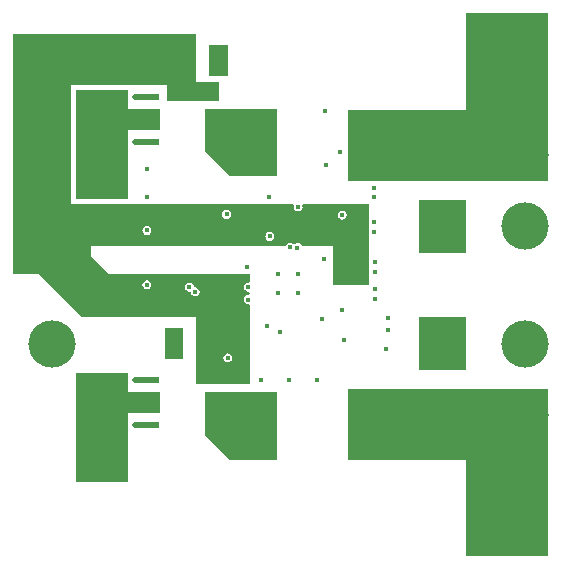
<source format=gtl>
G04*
G04 #@! TF.GenerationSoftware,Altium Limited,Altium Designer,21.1.1 (26)*
G04*
G04 Layer_Physical_Order=1*
G04 Layer_Color=255*
%FSLAX44Y44*%
%MOMM*%
G71*
G04*
G04 #@! TF.SameCoordinates,2B608519-D33F-45DA-9D82-168DE6A03E0F*
G04*
G04*
G04 #@! TF.FilePolarity,Positive*
G04*
G01*
G75*
%ADD13R,3.8500X5.5000*%
%ADD14R,1.1940X0.5590*%
%ADD15R,0.9000X2.5000*%
%ADD16R,2.5500X3.7500*%
%ADD22C,0.5000*%
%ADD23C,4.0000*%
%ADD24C,0.4500*%
G36*
X199000Y427000D02*
X183000D01*
Y453000D01*
X199000D01*
Y427000D01*
D02*
G37*
G36*
X172000Y422000D02*
X191000D01*
Y406000D01*
X147000D01*
Y419000D01*
X66000D01*
Y318000D01*
X253573D01*
X254379Y317018D01*
X254177Y316000D01*
X254468Y314537D01*
X255296Y313296D01*
X256537Y312468D01*
X258000Y312177D01*
X259463Y312468D01*
X260704Y313296D01*
X261532Y314537D01*
X261823Y316000D01*
X261621Y317018D01*
X262427Y318000D01*
X318000D01*
Y250000D01*
X288000D01*
Y283000D01*
X261008D01*
X260204Y284204D01*
X258963Y285032D01*
X257500Y285323D01*
X256037Y285032D01*
X255019Y284352D01*
X253773Y284600D01*
X253704Y284704D01*
X252463Y285532D01*
X251000Y285823D01*
X249537Y285532D01*
X248296Y284704D01*
X247468Y283463D01*
X247376Y283000D01*
X83000D01*
Y274000D01*
X98000Y259000D01*
X217000D01*
Y252626D01*
X216018Y251820D01*
X216000Y251823D01*
X214537Y251532D01*
X213296Y250704D01*
X212468Y249463D01*
X212177Y248000D01*
X212468Y246537D01*
X213296Y245296D01*
X214537Y244468D01*
X216000Y244177D01*
X216018Y244180D01*
X216987Y243385D01*
Y242115D01*
X216018Y241320D01*
X216000Y241324D01*
X214537Y241032D01*
X213296Y240204D01*
X212468Y238963D01*
X212177Y237500D01*
X212468Y236037D01*
X213296Y234797D01*
X214537Y233968D01*
X216000Y233677D01*
X216018Y233680D01*
X217000Y232875D01*
Y166000D01*
X172000D01*
Y223000D01*
X75000D01*
X39000Y259000D01*
X17000D01*
Y462000D01*
X172000D01*
Y422000D01*
D02*
G37*
G36*
X240000Y342000D02*
X200000D01*
X179000Y363000D01*
Y399000D01*
X240000D01*
Y342000D01*
D02*
G37*
G36*
X470000Y338898D02*
X469102Y338000D01*
X300000D01*
Y398000D01*
X400000D01*
Y480000D01*
X470000D01*
X470000Y338898D01*
D02*
G37*
G36*
X114000Y399000D02*
X141000D01*
Y381000D01*
X114000D01*
Y323000D01*
X70000D01*
Y415000D01*
X114000D01*
Y399000D01*
D02*
G37*
G36*
X400000Y277000D02*
X360000D01*
Y322000D01*
X400000D01*
Y277000D01*
D02*
G37*
G36*
X161000Y187000D02*
X145000D01*
Y213000D01*
X161000D01*
Y187000D01*
D02*
G37*
G36*
X400000Y178000D02*
X360000D01*
Y223000D01*
X400000D01*
Y178000D01*
D02*
G37*
G36*
X240000Y102000D02*
X200000D01*
X179000Y123000D01*
Y159000D01*
X240000D01*
Y102000D01*
D02*
G37*
G36*
X114000Y159000D02*
X141000D01*
Y141000D01*
X114000D01*
Y83000D01*
X70000D01*
Y175000D01*
X114000D01*
Y159000D01*
D02*
G37*
G36*
X470000Y20000D02*
X400000D01*
Y102000D01*
X300000D01*
Y162000D01*
X470000D01*
Y20000D01*
D02*
G37*
%LPC*%
G36*
X197500Y313323D02*
X196037Y313032D01*
X194796Y312204D01*
X193968Y310963D01*
X193677Y309500D01*
X193968Y308037D01*
X194796Y306796D01*
X196037Y305968D01*
X197500Y305677D01*
X198963Y305968D01*
X200204Y306796D01*
X201032Y308037D01*
X201323Y309500D01*
X201032Y310963D01*
X200204Y312204D01*
X198963Y313032D01*
X197500Y313323D01*
D02*
G37*
G36*
X295500Y312823D02*
X294037Y312532D01*
X292796Y311704D01*
X291968Y310463D01*
X291677Y309000D01*
X291968Y307537D01*
X292796Y306296D01*
X294037Y305468D01*
X295500Y305177D01*
X296963Y305468D01*
X298204Y306296D01*
X299032Y307537D01*
X299323Y309000D01*
X299032Y310463D01*
X298204Y311704D01*
X296963Y312532D01*
X295500Y312823D01*
D02*
G37*
G36*
X130000Y299823D02*
X128537Y299532D01*
X127296Y298704D01*
X126468Y297463D01*
X126177Y296000D01*
X126468Y294537D01*
X127296Y293296D01*
X128537Y292468D01*
X130000Y292177D01*
X131463Y292468D01*
X132704Y293296D01*
X133532Y294537D01*
X133823Y296000D01*
X133532Y297463D01*
X132704Y298704D01*
X131463Y299532D01*
X130000Y299823D01*
D02*
G37*
G36*
X234000Y294823D02*
X232537Y294532D01*
X231296Y293704D01*
X230468Y292463D01*
X230177Y291000D01*
X230468Y289537D01*
X231296Y288296D01*
X232537Y287468D01*
X234000Y287177D01*
X235463Y287468D01*
X236704Y288296D01*
X237532Y289537D01*
X237823Y291000D01*
X237532Y292463D01*
X236704Y293704D01*
X235463Y294532D01*
X234000Y294823D01*
D02*
G37*
G36*
X130000Y253823D02*
X128537Y253532D01*
X127296Y252704D01*
X126468Y251463D01*
X126177Y250000D01*
X126468Y248537D01*
X127296Y247296D01*
X128537Y246468D01*
X130000Y246177D01*
X131463Y246468D01*
X132704Y247296D01*
X133532Y248537D01*
X133823Y250000D01*
X133532Y251463D01*
X132704Y252704D01*
X131463Y253532D01*
X130000Y253823D01*
D02*
G37*
G36*
X166000Y251823D02*
X164537Y251532D01*
X163296Y250704D01*
X162468Y249463D01*
X162177Y248000D01*
X162468Y246537D01*
X163296Y245296D01*
X164537Y244468D01*
X166000Y244177D01*
X166834Y244342D01*
X167177Y244000D01*
X167468Y242537D01*
X168296Y241296D01*
X169537Y240468D01*
X171000Y240177D01*
X172463Y240468D01*
X173704Y241296D01*
X174532Y242537D01*
X174823Y244000D01*
X174532Y245463D01*
X173704Y246704D01*
X172463Y247532D01*
X171000Y247823D01*
X170166Y247658D01*
X169823Y248000D01*
X169532Y249463D01*
X168704Y250704D01*
X167463Y251532D01*
X166000Y251823D01*
D02*
G37*
G36*
X198500Y191823D02*
X197037Y191532D01*
X195796Y190704D01*
X194968Y189463D01*
X194676Y188000D01*
X194968Y186537D01*
X195796Y185296D01*
X197037Y184468D01*
X198500Y184177D01*
X199963Y184468D01*
X201204Y185296D01*
X202032Y186537D01*
X202323Y188000D01*
X202032Y189463D01*
X201204Y190704D01*
X199963Y191532D01*
X198500Y191823D01*
D02*
G37*
%LPD*%
D13*
X220250Y370000D02*
D03*
X319750D02*
D03*
X319750Y130000D02*
D03*
X220250D02*
D03*
D14*
X134730Y169050D02*
D03*
Y156350D02*
D03*
Y143650D02*
D03*
Y130950D02*
D03*
X185270Y169050D02*
D03*
Y156350D02*
D03*
Y143650D02*
D03*
Y130950D02*
D03*
X134730Y409050D02*
D03*
Y396350D02*
D03*
Y383650D02*
D03*
Y370950D02*
D03*
X185270Y409050D02*
D03*
Y396350D02*
D03*
Y383650D02*
D03*
Y370950D02*
D03*
D15*
X187500Y200000D02*
D03*
X156500D02*
D03*
Y440000D02*
D03*
X187500D02*
D03*
D16*
X380000Y197000D02*
D03*
Y143000D02*
D03*
Y303000D02*
D03*
Y357000D02*
D03*
D22*
X120050Y169050D02*
X134730D01*
X120050Y409050D02*
X134730D01*
X120050Y370950D02*
X134730D01*
X120050Y130950D02*
X134730D01*
D23*
X450000Y200000D02*
D03*
Y140000D02*
D03*
Y360000D02*
D03*
Y300000D02*
D03*
X50000D02*
D03*
Y200000D02*
D03*
D24*
X353000Y370000D02*
D03*
X257500Y281500D02*
D03*
X251000Y282000D02*
D03*
X233000Y324000D02*
D03*
X234000Y291000D02*
D03*
X196000Y371000D02*
D03*
X197500Y309500D02*
D03*
X215000Y265000D02*
D03*
X216000Y248000D02*
D03*
Y237500D02*
D03*
X198500Y188000D02*
D03*
X196000Y154250D02*
D03*
X120050Y370950D02*
D03*
Y409050D02*
D03*
Y130950D02*
D03*
Y169050D02*
D03*
X232000Y215000D02*
D03*
X130000Y348000D02*
D03*
Y324000D02*
D03*
Y296000D02*
D03*
Y286000D02*
D03*
Y250000D02*
D03*
X227000Y169000D02*
D03*
X250000D02*
D03*
X274000D02*
D03*
X332500Y195500D02*
D03*
X282000Y351000D02*
D03*
X293500Y362000D02*
D03*
X295500Y309000D02*
D03*
X305000Y252000D02*
D03*
X295500Y229000D02*
D03*
X278000Y221000D02*
D03*
X243000Y210000D02*
D03*
X297000Y203000D02*
D03*
X346000Y130000D02*
D03*
X281000Y397000D02*
D03*
X322000Y332000D02*
D03*
X258000Y316000D02*
D03*
X166000Y248000D02*
D03*
X241000Y259000D02*
D03*
X258000D02*
D03*
Y243000D02*
D03*
X241000D02*
D03*
X280000Y272000D02*
D03*
X196000Y449000D02*
D03*
Y440000D02*
D03*
Y431000D02*
D03*
X148000Y209000D02*
D03*
Y200000D02*
D03*
Y191000D02*
D03*
X397000Y312000D02*
D03*
Y295000D02*
D03*
X389000Y280000D02*
D03*
X371000D02*
D03*
X363000Y295000D02*
D03*
Y312000D02*
D03*
X397000Y188000D02*
D03*
Y205000D02*
D03*
X389000Y220000D02*
D03*
X371000D02*
D03*
X363000Y205000D02*
D03*
Y188000D02*
D03*
X322000Y324000D02*
D03*
X322000Y295000D02*
D03*
Y303000D02*
D03*
X323000Y261000D02*
D03*
Y269000D02*
D03*
X323000Y238000D02*
D03*
Y246000D02*
D03*
X334000Y222000D02*
D03*
Y212000D02*
D03*
X171000Y244000D02*
D03*
X122000Y396000D02*
D03*
Y385000D02*
D03*
X80000Y410000D02*
D03*
X100000D02*
D03*
Y390000D02*
D03*
X80000D02*
D03*
Y370000D02*
D03*
X100000D02*
D03*
X90000Y380000D02*
D03*
Y400000D02*
D03*
Y360000D02*
D03*
X80000Y350000D02*
D03*
X100000D02*
D03*
X90000Y340000D02*
D03*
X80000Y330000D02*
D03*
X100000D02*
D03*
Y90000D02*
D03*
X80000D02*
D03*
X90000Y100000D02*
D03*
X100000Y110000D02*
D03*
X80000D02*
D03*
X90000Y120000D02*
D03*
Y160000D02*
D03*
Y140000D02*
D03*
X100000Y130000D02*
D03*
X80000D02*
D03*
Y150000D02*
D03*
X98000D02*
D03*
Y170000D02*
D03*
X80000D02*
D03*
X122000Y145000D02*
D03*
Y156000D02*
D03*
M02*

</source>
